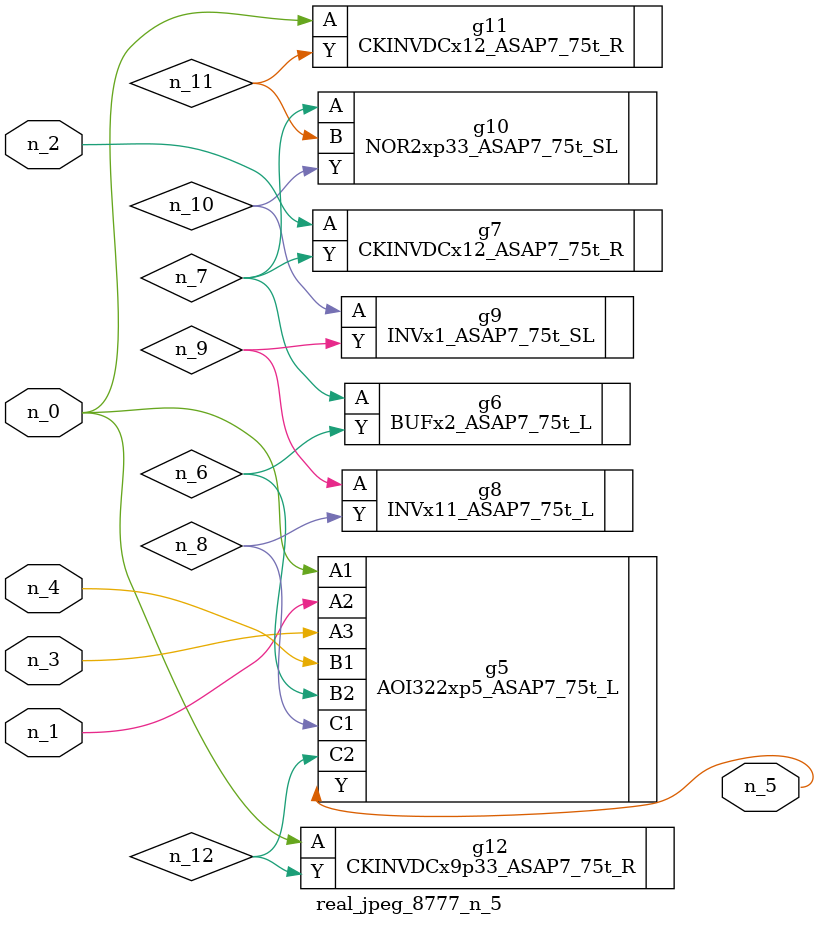
<source format=v>
module real_jpeg_8777_n_5 (n_4, n_0, n_1, n_2, n_3, n_5);

input n_4;
input n_0;
input n_1;
input n_2;
input n_3;

output n_5;

wire n_12;
wire n_8;
wire n_11;
wire n_6;
wire n_7;
wire n_10;
wire n_9;

AOI322xp5_ASAP7_75t_L g5 ( 
.A1(n_0),
.A2(n_1),
.A3(n_3),
.B1(n_4),
.B2(n_6),
.C1(n_8),
.C2(n_12),
.Y(n_5)
);

CKINVDCx12_ASAP7_75t_R g11 ( 
.A(n_0),
.Y(n_11)
);

CKINVDCx9p33_ASAP7_75t_R g12 ( 
.A(n_0),
.Y(n_12)
);

CKINVDCx12_ASAP7_75t_R g7 ( 
.A(n_2),
.Y(n_7)
);

BUFx2_ASAP7_75t_L g6 ( 
.A(n_7),
.Y(n_6)
);

NOR2xp33_ASAP7_75t_SL g10 ( 
.A(n_7),
.B(n_11),
.Y(n_10)
);

INVx11_ASAP7_75t_L g8 ( 
.A(n_9),
.Y(n_8)
);

INVx1_ASAP7_75t_SL g9 ( 
.A(n_10),
.Y(n_9)
);


endmodule
</source>
